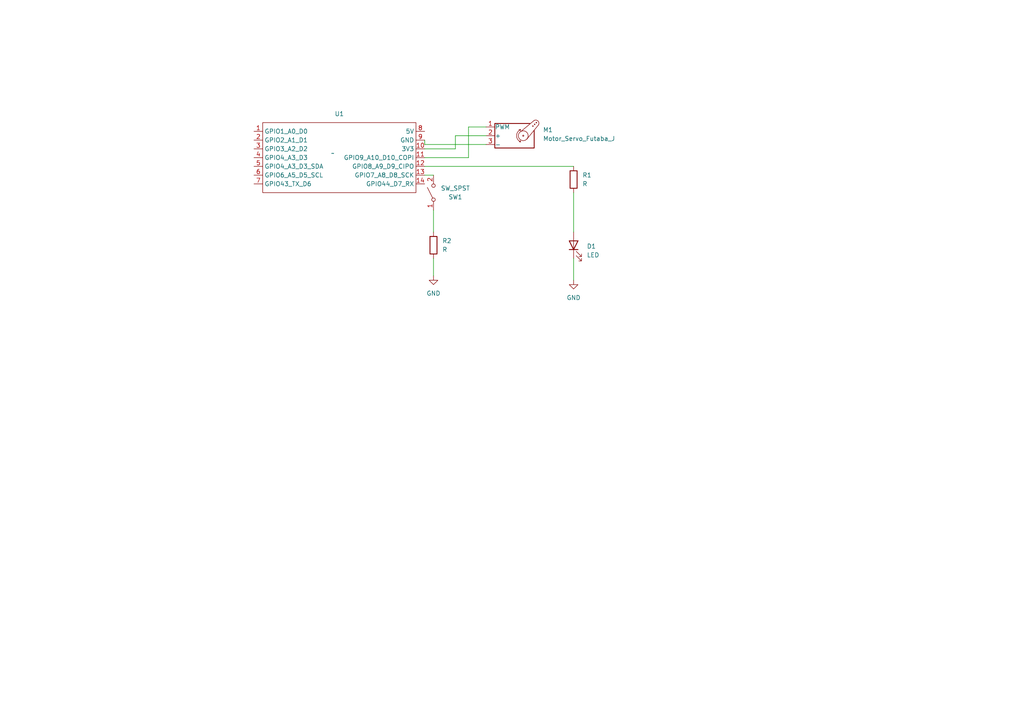
<source format=kicad_sch>
(kicad_sch (version 20230121) (generator eeschema)

  (uuid e6af67fc-960f-43f4-b87e-2cb31d7b00b8)

  (paper "A4")

  (lib_symbols
    (symbol "514_KiCAD_DEMO:XIAO_ESP32_SENSE" (in_bom yes) (on_board yes)
      (property "Reference" "U" (at 0 0 0)
        (effects (font (size 1.27 1.27)))
      )
      (property "Value" "" (at 0 0 0)
        (effects (font (size 1.27 1.27)))
      )
      (property "Footprint" "" (at 0 0 0)
        (effects (font (size 1.27 1.27)) hide)
      )
      (property "Datasheet" "" (at 0 0 0)
        (effects (font (size 1.27 1.27)) hide)
      )
      (symbol "XIAO_ESP32_SENSE_0_1"
        (polyline
          (pts
            (xy -20.32 8.89)
            (xy -20.32 -11.43)
            (xy 24.13 -11.43)
            (xy 24.13 8.89)
            (xy -20.32 8.89)
          )
          (stroke (width 0) (type default))
          (fill (type none))
        )
      )
      (symbol "XIAO_ESP32_SENSE_1_1"
        (pin bidirectional line (at -22.86 6.35 0) (length 2.54)
          (name "GPIO1_A0_D0" (effects (font (size 1.27 1.27))))
          (number "1" (effects (font (size 1.27 1.27))))
        )
        (pin bidirectional line (at 26.67 1.27 180) (length 2.54)
          (name "3V3" (effects (font (size 1.27 1.27))))
          (number "10" (effects (font (size 1.27 1.27))))
        )
        (pin bidirectional line (at 26.67 -1.27 180) (length 2.54)
          (name "GPIO9_A10_D10_COPI" (effects (font (size 1.27 1.27))))
          (number "11" (effects (font (size 1.27 1.27))))
        )
        (pin bidirectional line (at 26.67 -3.81 180) (length 2.54)
          (name "GPIO8_A9_D9_CIPO" (effects (font (size 1.27 1.27))))
          (number "12" (effects (font (size 1.27 1.27))))
        )
        (pin bidirectional line (at 26.67 -6.35 180) (length 2.54)
          (name "GPIO7_A8_D8_SCK" (effects (font (size 1.27 1.27))))
          (number "13" (effects (font (size 1.27 1.27))))
        )
        (pin bidirectional line (at 26.67 -8.89 180) (length 2.54)
          (name "GPIO44_D7_RX" (effects (font (size 1.27 1.27))))
          (number "14" (effects (font (size 1.27 1.27))))
        )
        (pin bidirectional line (at -22.86 3.81 0) (length 2.54)
          (name "GPIO2_A1_D1" (effects (font (size 1.27 1.27))))
          (number "2" (effects (font (size 1.27 1.27))))
        )
        (pin bidirectional line (at -22.86 1.27 0) (length 2.54)
          (name "GPIO3_A2_D2" (effects (font (size 1.27 1.27))))
          (number "3" (effects (font (size 1.27 1.27))))
        )
        (pin bidirectional line (at -22.86 -1.27 0) (length 2.54)
          (name "GPIO4_A3_D3" (effects (font (size 1.27 1.27))))
          (number "4" (effects (font (size 1.27 1.27))))
        )
        (pin bidirectional line (at -22.86 -3.81 0) (length 2.54)
          (name "GPIO4_A3_D3_SDA" (effects (font (size 1.27 1.27))))
          (number "5" (effects (font (size 1.27 1.27))))
        )
        (pin bidirectional line (at -22.86 -6.35 0) (length 2.54)
          (name "GPIO6_A5_D5_SCL" (effects (font (size 1.27 1.27))))
          (number "6" (effects (font (size 1.27 1.27))))
        )
        (pin bidirectional line (at -22.86 -8.89 0) (length 2.54)
          (name "GPIO43_TX_D6" (effects (font (size 1.27 1.27))))
          (number "7" (effects (font (size 1.27 1.27))))
        )
        (pin bidirectional line (at 26.67 6.35 180) (length 2.54)
          (name "5V" (effects (font (size 1.27 1.27))))
          (number "8" (effects (font (size 1.27 1.27))))
        )
        (pin bidirectional line (at 26.67 3.81 180) (length 2.54)
          (name "GND" (effects (font (size 1.27 1.27))))
          (number "9" (effects (font (size 1.27 1.27))))
        )
      )
    )
    (symbol "Device:LED" (pin_numbers hide) (pin_names (offset 1.016) hide) (in_bom yes) (on_board yes)
      (property "Reference" "D" (at 0 2.54 0)
        (effects (font (size 1.27 1.27)))
      )
      (property "Value" "LED" (at 0 -2.54 0)
        (effects (font (size 1.27 1.27)))
      )
      (property "Footprint" "" (at 0 0 0)
        (effects (font (size 1.27 1.27)) hide)
      )
      (property "Datasheet" "~" (at 0 0 0)
        (effects (font (size 1.27 1.27)) hide)
      )
      (property "ki_keywords" "LED diode" (at 0 0 0)
        (effects (font (size 1.27 1.27)) hide)
      )
      (property "ki_description" "Light emitting diode" (at 0 0 0)
        (effects (font (size 1.27 1.27)) hide)
      )
      (property "ki_fp_filters" "LED* LED_SMD:* LED_THT:*" (at 0 0 0)
        (effects (font (size 1.27 1.27)) hide)
      )
      (symbol "LED_0_1"
        (polyline
          (pts
            (xy -1.27 -1.27)
            (xy -1.27 1.27)
          )
          (stroke (width 0.254) (type default))
          (fill (type none))
        )
        (polyline
          (pts
            (xy -1.27 0)
            (xy 1.27 0)
          )
          (stroke (width 0) (type default))
          (fill (type none))
        )
        (polyline
          (pts
            (xy 1.27 -1.27)
            (xy 1.27 1.27)
            (xy -1.27 0)
            (xy 1.27 -1.27)
          )
          (stroke (width 0.254) (type default))
          (fill (type none))
        )
        (polyline
          (pts
            (xy -3.048 -0.762)
            (xy -4.572 -2.286)
            (xy -3.81 -2.286)
            (xy -4.572 -2.286)
            (xy -4.572 -1.524)
          )
          (stroke (width 0) (type default))
          (fill (type none))
        )
        (polyline
          (pts
            (xy -1.778 -0.762)
            (xy -3.302 -2.286)
            (xy -2.54 -2.286)
            (xy -3.302 -2.286)
            (xy -3.302 -1.524)
          )
          (stroke (width 0) (type default))
          (fill (type none))
        )
      )
      (symbol "LED_1_1"
        (pin passive line (at -3.81 0 0) (length 2.54)
          (name "K" (effects (font (size 1.27 1.27))))
          (number "1" (effects (font (size 1.27 1.27))))
        )
        (pin passive line (at 3.81 0 180) (length 2.54)
          (name "A" (effects (font (size 1.27 1.27))))
          (number "2" (effects (font (size 1.27 1.27))))
        )
      )
    )
    (symbol "Device:R" (pin_numbers hide) (pin_names (offset 0)) (in_bom yes) (on_board yes)
      (property "Reference" "R" (at 2.032 0 90)
        (effects (font (size 1.27 1.27)))
      )
      (property "Value" "R" (at 0 0 90)
        (effects (font (size 1.27 1.27)))
      )
      (property "Footprint" "" (at -1.778 0 90)
        (effects (font (size 1.27 1.27)) hide)
      )
      (property "Datasheet" "~" (at 0 0 0)
        (effects (font (size 1.27 1.27)) hide)
      )
      (property "ki_keywords" "R res resistor" (at 0 0 0)
        (effects (font (size 1.27 1.27)) hide)
      )
      (property "ki_description" "Resistor" (at 0 0 0)
        (effects (font (size 1.27 1.27)) hide)
      )
      (property "ki_fp_filters" "R_*" (at 0 0 0)
        (effects (font (size 1.27 1.27)) hide)
      )
      (symbol "R_0_1"
        (rectangle (start -1.016 -2.54) (end 1.016 2.54)
          (stroke (width 0.254) (type default))
          (fill (type none))
        )
      )
      (symbol "R_1_1"
        (pin passive line (at 0 3.81 270) (length 1.27)
          (name "~" (effects (font (size 1.27 1.27))))
          (number "1" (effects (font (size 1.27 1.27))))
        )
        (pin passive line (at 0 -3.81 90) (length 1.27)
          (name "~" (effects (font (size 1.27 1.27))))
          (number "2" (effects (font (size 1.27 1.27))))
        )
      )
    )
    (symbol "Motor:Motor_Servo_Futaba_J" (pin_names (offset 0.0254)) (in_bom yes) (on_board yes)
      (property "Reference" "M" (at -5.08 4.445 0)
        (effects (font (size 1.27 1.27)) (justify left))
      )
      (property "Value" "Motor_Servo_Futaba_J" (at -5.08 -4.064 0)
        (effects (font (size 1.27 1.27)) (justify left top))
      )
      (property "Footprint" "" (at 0 -4.826 0)
        (effects (font (size 1.27 1.27)) hide)
      )
      (property "Datasheet" "http://forums.parallax.com/uploads/attachments/46831/74481.png" (at 0 -4.826 0)
        (effects (font (size 1.27 1.27)) hide)
      )
      (property "ki_keywords" "Servo Motor" (at 0 0 0)
        (effects (font (size 1.27 1.27)) hide)
      )
      (property "ki_description" "Servo Motor (Futuba J-connector)" (at 0 0 0)
        (effects (font (size 1.27 1.27)) hide)
      )
      (property "ki_fp_filters" "PinHeader*P2.54mm*" (at 0 0 0)
        (effects (font (size 1.27 1.27)) hide)
      )
      (symbol "Motor_Servo_Futaba_J_0_1"
        (polyline
          (pts
            (xy 2.413 -1.778)
            (xy 2.032 -1.778)
          )
          (stroke (width 0) (type default))
          (fill (type none))
        )
        (polyline
          (pts
            (xy 2.413 -1.778)
            (xy 2.286 -1.397)
          )
          (stroke (width 0) (type default))
          (fill (type none))
        )
        (polyline
          (pts
            (xy 2.413 1.778)
            (xy 1.905 1.778)
          )
          (stroke (width 0) (type default))
          (fill (type none))
        )
        (polyline
          (pts
            (xy 2.413 1.778)
            (xy 2.286 1.397)
          )
          (stroke (width 0) (type default))
          (fill (type none))
        )
        (polyline
          (pts
            (xy 6.35 4.445)
            (xy 2.54 1.27)
          )
          (stroke (width 0) (type default))
          (fill (type none))
        )
        (polyline
          (pts
            (xy 7.62 3.175)
            (xy 4.191 -1.016)
          )
          (stroke (width 0) (type default))
          (fill (type none))
        )
        (polyline
          (pts
            (xy 5.08 3.556)
            (xy -5.08 3.556)
            (xy -5.08 -3.556)
            (xy 6.35 -3.556)
            (xy 6.35 1.524)
          )
          (stroke (width 0.254) (type default))
          (fill (type none))
        )
        (arc (start 2.413 1.778) (mid 1.2406 0) (end 2.413 -1.778)
          (stroke (width 0) (type default))
          (fill (type none))
        )
        (circle (center 3.175 0) (radius 0.1778)
          (stroke (width 0) (type default))
          (fill (type none))
        )
        (circle (center 3.175 0) (radius 1.4224)
          (stroke (width 0) (type default))
          (fill (type none))
        )
        (circle (center 5.969 2.794) (radius 0.127)
          (stroke (width 0) (type default))
          (fill (type none))
        )
        (circle (center 6.477 3.302) (radius 0.127)
          (stroke (width 0) (type default))
          (fill (type none))
        )
        (circle (center 6.985 3.81) (radius 0.127)
          (stroke (width 0) (type default))
          (fill (type none))
        )
        (arc (start 7.62 3.175) (mid 7.4485 4.2735) (end 6.35 4.445)
          (stroke (width 0) (type default))
          (fill (type none))
        )
      )
      (symbol "Motor_Servo_Futaba_J_1_1"
        (pin passive line (at -7.62 2.54 0) (length 2.54)
          (name "PWM" (effects (font (size 1.27 1.27))))
          (number "1" (effects (font (size 1.27 1.27))))
        )
        (pin passive line (at -7.62 0 0) (length 2.54)
          (name "+" (effects (font (size 1.27 1.27))))
          (number "2" (effects (font (size 1.27 1.27))))
        )
        (pin passive line (at -7.62 -2.54 0) (length 2.54)
          (name "-" (effects (font (size 1.27 1.27))))
          (number "3" (effects (font (size 1.27 1.27))))
        )
      )
    )
    (symbol "Switch:SW_SPST" (pin_names (offset 0) hide) (in_bom yes) (on_board yes)
      (property "Reference" "SW" (at 0 3.175 0)
        (effects (font (size 1.27 1.27)))
      )
      (property "Value" "SW_SPST" (at 0 -2.54 0)
        (effects (font (size 1.27 1.27)))
      )
      (property "Footprint" "" (at 0 0 0)
        (effects (font (size 1.27 1.27)) hide)
      )
      (property "Datasheet" "~" (at 0 0 0)
        (effects (font (size 1.27 1.27)) hide)
      )
      (property "ki_keywords" "switch lever" (at 0 0 0)
        (effects (font (size 1.27 1.27)) hide)
      )
      (property "ki_description" "Single Pole Single Throw (SPST) switch" (at 0 0 0)
        (effects (font (size 1.27 1.27)) hide)
      )
      (symbol "SW_SPST_0_0"
        (circle (center -2.032 0) (radius 0.508)
          (stroke (width 0) (type default))
          (fill (type none))
        )
        (polyline
          (pts
            (xy -1.524 0.254)
            (xy 1.524 1.778)
          )
          (stroke (width 0) (type default))
          (fill (type none))
        )
        (circle (center 2.032 0) (radius 0.508)
          (stroke (width 0) (type default))
          (fill (type none))
        )
      )
      (symbol "SW_SPST_1_1"
        (pin passive line (at -5.08 0 0) (length 2.54)
          (name "A" (effects (font (size 1.27 1.27))))
          (number "1" (effects (font (size 1.27 1.27))))
        )
        (pin passive line (at 5.08 0 180) (length 2.54)
          (name "B" (effects (font (size 1.27 1.27))))
          (number "2" (effects (font (size 1.27 1.27))))
        )
      )
    )
    (symbol "power:GND" (power) (pin_names (offset 0)) (in_bom yes) (on_board yes)
      (property "Reference" "#PWR" (at 0 -6.35 0)
        (effects (font (size 1.27 1.27)) hide)
      )
      (property "Value" "GND" (at 0 -3.81 0)
        (effects (font (size 1.27 1.27)))
      )
      (property "Footprint" "" (at 0 0 0)
        (effects (font (size 1.27 1.27)) hide)
      )
      (property "Datasheet" "" (at 0 0 0)
        (effects (font (size 1.27 1.27)) hide)
      )
      (property "ki_keywords" "global power" (at 0 0 0)
        (effects (font (size 1.27 1.27)) hide)
      )
      (property "ki_description" "Power symbol creates a global label with name \"GND\" , ground" (at 0 0 0)
        (effects (font (size 1.27 1.27)) hide)
      )
      (symbol "GND_0_1"
        (polyline
          (pts
            (xy 0 0)
            (xy 0 -1.27)
            (xy 1.27 -1.27)
            (xy 0 -2.54)
            (xy -1.27 -1.27)
            (xy 0 -1.27)
          )
          (stroke (width 0) (type default))
          (fill (type none))
        )
      )
      (symbol "GND_1_1"
        (pin power_in line (at 0 0 270) (length 0) hide
          (name "GND" (effects (font (size 1.27 1.27))))
          (number "1" (effects (font (size 1.27 1.27))))
        )
      )
    )
  )


  (wire (pts (xy 166.37 55.88) (xy 166.37 67.31))
    (stroke (width 0) (type default))
    (uuid 023511cb-6991-43c6-bfad-c438b9d46f86)
  )
  (wire (pts (xy 125.73 74.93) (xy 125.73 80.01))
    (stroke (width 0) (type default))
    (uuid 3a1a6c5c-ecce-4277-b0be-0b3a88da93b3)
  )
  (wire (pts (xy 132.08 43.18) (xy 123.19 43.18))
    (stroke (width 0) (type default))
    (uuid 423cfb02-cd07-42af-b7b1-f500ae000df5)
  )
  (wire (pts (xy 135.89 45.72) (xy 123.19 45.72))
    (stroke (width 0) (type default))
    (uuid 66b0324e-fd1e-4f79-a47c-49287bf65af8)
  )
  (wire (pts (xy 166.37 74.93) (xy 166.37 81.28))
    (stroke (width 0) (type default))
    (uuid 6a65b7d1-90d3-4604-9b6d-aeb1161c5170)
  )
  (wire (pts (xy 140.97 41.91) (xy 123.19 41.91))
    (stroke (width 0) (type default))
    (uuid 841f99a7-ed10-4510-9b84-01ca94a25180)
  )
  (wire (pts (xy 123.19 41.91) (xy 123.19 40.64))
    (stroke (width 0) (type default))
    (uuid 8ed4172d-c5d1-459e-bd7a-32e9a77f96d2)
  )
  (wire (pts (xy 140.97 36.83) (xy 135.89 36.83))
    (stroke (width 0) (type default))
    (uuid 92bf639d-82db-443f-8bf1-393c8e6c3f16)
  )
  (wire (pts (xy 135.89 36.83) (xy 135.89 45.72))
    (stroke (width 0) (type default))
    (uuid 9e9c019c-b126-4585-aef3-68619629e790)
  )
  (wire (pts (xy 125.73 60.96) (xy 125.73 67.31))
    (stroke (width 0) (type default))
    (uuid a7af1f5b-a84c-4fc3-99a4-b6faf9f9e1bf)
  )
  (wire (pts (xy 123.19 48.26) (xy 166.37 48.26))
    (stroke (width 0) (type default))
    (uuid b0181186-5679-48d5-ad4a-9d73c2db41f9)
  )
  (wire (pts (xy 123.19 50.8) (xy 125.73 50.8))
    (stroke (width 0) (type default))
    (uuid b3e31885-ff33-44db-9ad8-9d6471b8aca6)
  )
  (wire (pts (xy 132.08 39.37) (xy 132.08 43.18))
    (stroke (width 0) (type default))
    (uuid bafa1d4d-8750-4763-8783-eee508193e48)
  )
  (wire (pts (xy 140.97 39.37) (xy 132.08 39.37))
    (stroke (width 0) (type default))
    (uuid f8e74cdd-4d80-49aa-b54a-0c6d11cffbc8)
  )

  (symbol (lib_id "Device:R") (at 166.37 52.07 0) (unit 1)
    (in_bom yes) (on_board yes) (dnp no) (fields_autoplaced)
    (uuid 2fb73c0e-7ead-4a88-ac6a-759e064290db)
    (property "Reference" "R1" (at 168.91 50.8 0)
      (effects (font (size 1.27 1.27)) (justify left))
    )
    (property "Value" "R" (at 168.91 53.34 0)
      (effects (font (size 1.27 1.27)) (justify left))
    )
    (property "Footprint" "Resistor_SMD:R_1206_3216Metric" (at 164.592 52.07 90)
      (effects (font (size 1.27 1.27)) hide)
    )
    (property "Datasheet" "~" (at 166.37 52.07 0)
      (effects (font (size 1.27 1.27)) hide)
    )
    (pin "2" (uuid c163bb52-fffe-4dd6-bb7e-02dcea8bdade))
    (pin "1" (uuid a75615f0-c8c6-42eb-bf1c-51fd6f0e0fbb))
    (instances
      (project "TECHIN514"
        (path "/e6af67fc-960f-43f4-b87e-2cb31d7b00b8"
          (reference "R1") (unit 1)
        )
      )
    )
  )

  (symbol (lib_id "Device:R") (at 125.73 71.12 180) (unit 1)
    (in_bom yes) (on_board yes) (dnp no) (fields_autoplaced)
    (uuid 4c4c1808-13b6-4dda-acd7-b6953bda5587)
    (property "Reference" "R2" (at 128.27 69.85 0)
      (effects (font (size 1.27 1.27)) (justify right))
    )
    (property "Value" "R" (at 128.27 72.39 0)
      (effects (font (size 1.27 1.27)) (justify right))
    )
    (property "Footprint" "Resistor_SMD:R_1206_3216Metric" (at 127.508 71.12 90)
      (effects (font (size 1.27 1.27)) hide)
    )
    (property "Datasheet" "~" (at 125.73 71.12 0)
      (effects (font (size 1.27 1.27)) hide)
    )
    (pin "2" (uuid 756e168c-d64e-4f41-8fb0-99b0b62bea09))
    (pin "1" (uuid 465dc155-7849-494f-b266-9a331d994c60))
    (instances
      (project "TECHIN514"
        (path "/e6af67fc-960f-43f4-b87e-2cb31d7b00b8"
          (reference "R2") (unit 1)
        )
      )
    )
  )

  (symbol (lib_id "power:GND") (at 125.73 80.01 0) (unit 1)
    (in_bom yes) (on_board yes) (dnp no) (fields_autoplaced)
    (uuid 53888cff-71e8-4543-a99c-da9de5354353)
    (property "Reference" "#PWR01" (at 125.73 86.36 0)
      (effects (font (size 1.27 1.27)) hide)
    )
    (property "Value" "GND" (at 125.73 85.09 0)
      (effects (font (size 1.27 1.27)))
    )
    (property "Footprint" "" (at 125.73 80.01 0)
      (effects (font (size 1.27 1.27)) hide)
    )
    (property "Datasheet" "" (at 125.73 80.01 0)
      (effects (font (size 1.27 1.27)) hide)
    )
    (pin "1" (uuid 0973ac1a-a12f-437a-950a-0e80098c7a65))
    (instances
      (project "TECHIN514"
        (path "/e6af67fc-960f-43f4-b87e-2cb31d7b00b8"
          (reference "#PWR01") (unit 1)
        )
      )
    )
  )

  (symbol (lib_id "power:GND") (at 166.37 81.28 0) (unit 1)
    (in_bom yes) (on_board yes) (dnp no) (fields_autoplaced)
    (uuid 67073764-aaf3-4279-8ffe-05125393ad81)
    (property "Reference" "#PWR02" (at 166.37 87.63 0)
      (effects (font (size 1.27 1.27)) hide)
    )
    (property "Value" "GND" (at 166.37 86.36 0)
      (effects (font (size 1.27 1.27)))
    )
    (property "Footprint" "" (at 166.37 81.28 0)
      (effects (font (size 1.27 1.27)) hide)
    )
    (property "Datasheet" "" (at 166.37 81.28 0)
      (effects (font (size 1.27 1.27)) hide)
    )
    (pin "1" (uuid ad77c315-0fc4-4d89-b990-a50f1fc8c8d6))
    (instances
      (project "TECHIN514"
        (path "/e6af67fc-960f-43f4-b87e-2cb31d7b00b8"
          (reference "#PWR02") (unit 1)
        )
      )
    )
  )

  (symbol (lib_id "Motor:Motor_Servo_Futaba_J") (at 148.59 39.37 0) (unit 1)
    (in_bom yes) (on_board yes) (dnp no) (fields_autoplaced)
    (uuid 6dbf9ab3-1c63-4a0a-a22c-96585896a1ed)
    (property "Reference" "M1" (at 157.48 37.6666 0)
      (effects (font (size 1.27 1.27)) (justify left))
    )
    (property "Value" "Motor_Servo_Futaba_J" (at 157.48 40.2066 0)
      (effects (font (size 1.27 1.27)) (justify left))
    )
    (property "Footprint" "" (at 148.59 44.196 0)
      (effects (font (size 1.27 1.27)) hide)
    )
    (property "Datasheet" "http://forums.parallax.com/uploads/attachments/46831/74481.png" (at 148.59 44.196 0)
      (effects (font (size 1.27 1.27)) hide)
    )
    (pin "2" (uuid 83dd3e9e-2e4d-414b-b253-765d16488940))
    (pin "3" (uuid cefc822a-27d8-4e23-a888-f3ea07ece73f))
    (pin "1" (uuid d0cb1caa-176c-4ae2-a5a2-5d172cdce74f))
    (instances
      (project "TECHIN514"
        (path "/e6af67fc-960f-43f4-b87e-2cb31d7b00b8"
          (reference "M1") (unit 1)
        )
      )
    )
  )

  (symbol (lib_id "Device:LED") (at 166.37 71.12 90) (unit 1)
    (in_bom yes) (on_board yes) (dnp no) (fields_autoplaced)
    (uuid 8d93c870-c8c8-47a2-92e4-d51673e9c80f)
    (property "Reference" "D1" (at 170.18 71.4375 90)
      (effects (font (size 1.27 1.27)) (justify right))
    )
    (property "Value" "LED" (at 170.18 73.9775 90)
      (effects (font (size 1.27 1.27)) (justify right))
    )
    (property "Footprint" "LED_SMD:LED_0603_1608Metric_Pad1.05x0.95mm_HandSolder" (at 166.37 71.12 0)
      (effects (font (size 1.27 1.27)) hide)
    )
    (property "Datasheet" "~" (at 166.37 71.12 0)
      (effects (font (size 1.27 1.27)) hide)
    )
    (pin "1" (uuid 4177b7ae-232a-4ea7-817c-e3c6bb67b16f))
    (pin "2" (uuid c65e8078-431b-48e3-a485-46470426345f))
    (instances
      (project "TECHIN514"
        (path "/e6af67fc-960f-43f4-b87e-2cb31d7b00b8"
          (reference "D1") (unit 1)
        )
      )
    )
  )

  (symbol (lib_id "514_KiCAD_DEMO:XIAO_ESP32_SENSE") (at 96.52 44.45 0) (unit 1)
    (in_bom yes) (on_board yes) (dnp no) (fields_autoplaced)
    (uuid bb167513-4cfe-48d9-aa98-86fe715a6142)
    (property "Reference" "U1" (at 98.425 33.02 0)
      (effects (font (size 1.27 1.27)))
    )
    (property "Value" "~" (at 96.52 44.45 0)
      (effects (font (size 1.27 1.27)))
    )
    (property "Footprint" "514_KiCAD_Demo:XIAO_ESP32_SENSE" (at 96.52 44.45 0)
      (effects (font (size 1.27 1.27)) hide)
    )
    (property "Datasheet" "" (at 96.52 44.45 0)
      (effects (font (size 1.27 1.27)) hide)
    )
    (pin "11" (uuid ca4fb2e4-ec22-4781-9368-cb0bdede8a39))
    (pin "2" (uuid 9b0e51e8-6ad1-41ad-a3db-4dd3b5765fdb))
    (pin "9" (uuid 020984fa-9526-4475-a28c-4c1991ebc6e7))
    (pin "14" (uuid 0dce37b3-839e-4168-98ff-a93b89592031))
    (pin "12" (uuid 60bc89a4-7417-4027-bc86-96c4216e1b80))
    (pin "1" (uuid f77361df-6a5f-4f3c-870d-887731ae3c9e))
    (pin "10" (uuid 34a6916d-baac-4091-b9fa-fcc314ab4135))
    (pin "3" (uuid 0c322acd-f7fa-4bd3-8d6b-83e3a1191a58))
    (pin "4" (uuid 869c490f-da9d-49e6-b987-169bd4e6c145))
    (pin "5" (uuid 26266f2e-3ed7-48a3-b6ff-8bcf1bb756d5))
    (pin "13" (uuid e28ad93c-5571-449b-b0ea-164a252451df))
    (pin "8" (uuid e622713b-3208-41bc-a262-58395db3afe6))
    (pin "6" (uuid 0f5f7236-ce21-4aab-b15b-745c210c4aed))
    (pin "7" (uuid 4edb2baa-1faf-48e1-9f5e-59cb849e1561))
    (instances
      (project "TECHIN514"
        (path "/e6af67fc-960f-43f4-b87e-2cb31d7b00b8"
          (reference "U1") (unit 1)
        )
      )
    )
  )

  (symbol (lib_id "Switch:SW_SPST") (at 125.73 55.88 90) (unit 1)
    (in_bom yes) (on_board yes) (dnp no)
    (uuid ee6aaf53-a919-463a-b215-18fb1f0f4180)
    (property "Reference" "SW1" (at 132.08 57.15 90)
      (effects (font (size 1.27 1.27)))
    )
    (property "Value" "SW_SPST" (at 132.08 54.61 90)
      (effects (font (size 1.27 1.27)))
    )
    (property "Footprint" "LED_SMD:LED_0603_1608Metric_Pad1.05x0.95mm_HandSolder" (at 125.73 55.88 0)
      (effects (font (size 1.27 1.27)) hide)
    )
    (property "Datasheet" "~" (at 125.73 55.88 0)
      (effects (font (size 1.27 1.27)) hide)
    )
    (pin "2" (uuid bc8291ea-48fc-43c9-9ca1-6eeb06750c23))
    (pin "1" (uuid f92a532d-4ce3-47d8-a7b6-480bae51e53f))
    (instances
      (project "TECHIN514"
        (path "/e6af67fc-960f-43f4-b87e-2cb31d7b00b8"
          (reference "SW1") (unit 1)
        )
      )
    )
  )

  (sheet_instances
    (path "/" (page "1"))
  )
)

</source>
